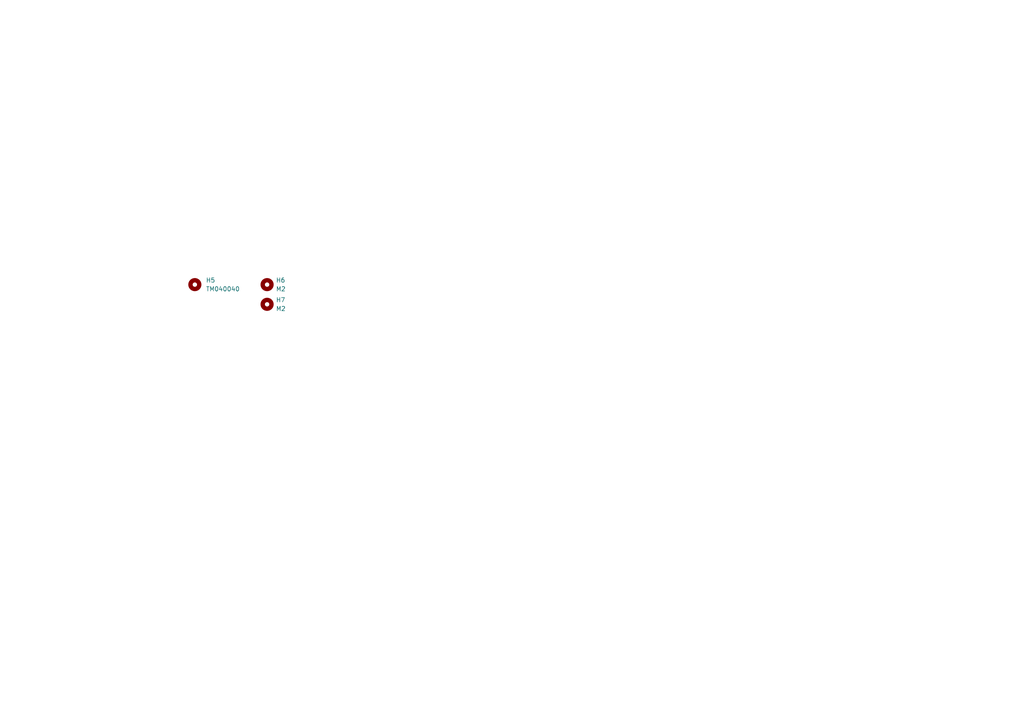
<source format=kicad_sch>
(kicad_sch (version 20230121) (generator eeschema)
  (paper "A4")
  (lib_symbols
    (symbol "Mechanical:MountingHole" (pin_names (offset 1.016))
      (property "Reference" "H" (at 0 5.08 0))
      (property "Value" "MountingHole" (at 0 3.175 0))
      (symbol "MountingHole_0_1"
        (circle (center 0 0) (radius 1.27) (stroke (width 1.27)))
      )
    )
  )
  (symbol (lib_id "Mechanical:MountingHole") (at 77.47 88.265 0) (unit 1)
    (property "Reference" "H7" (at 80.01 86.995 0) (effects (justify left)))
    (property "Value" "M2" (at 80.01 89.535 0) (effects (justify left)))
    (property "Footprint" "MountingHole:MountingHole_2.2mm_M2" (effects hide))
  )
  (symbol (lib_id "Mechanical:MountingHole") (at 77.47 82.55 0) (unit 1)
    (property "Reference" "H6" (at 80.01 81.28 0) (effects (justify left)))
    (property "Value" "M2" (at 80.01 83.82 0) (effects (justify left)))
    (property "Footprint" "MountingHole:MountingHole_2.2mm_M2" (effects hide))
  )
  (symbol (lib_id "Mechanical:MountingHole") (at 56.515 82.55 0) (unit 1)
    (property "Reference" "H5" (at 59.69 81.28 0) (effects (justify left)))
    (property "Value" "TM040040" (at 59.69 83.82 0) (effects (justify left)))
    (property "Footprint" "DreaM117er-keebLibrary:Trackpad_Cirque_TM040040" (effects hide))
  )
)
</source>
